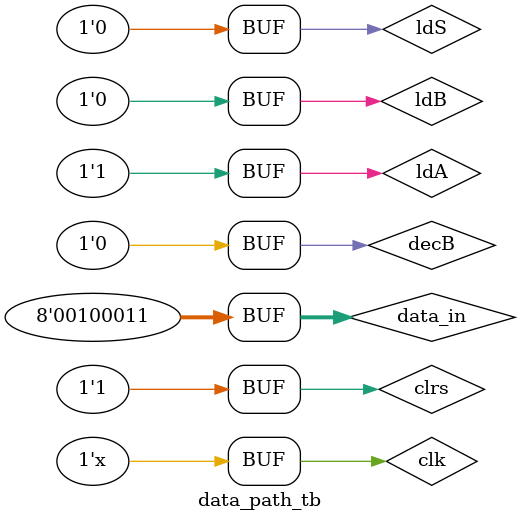
<source format=sv>




`timescale 1ns / 1ps

module data_path_tb();
    // Inputs
    reg ldA, ldB, clrs, ldS, decB, clk;
    reg [7:0] data_in;

    // Outputs
    wire eqz;

    // Instantiate the module under test
    data_path dut(
        .eqz(eqz),
        .ldA(ldA),
        .ldB(ldB),
        .clrs(clrs),
        .ldS(ldS),
        .decB(decB),
        .clk(clk),
        .data_in(data_in)
    );

    // Testbench logic
    initial begin
        clk = 0;
    end

    always #5 clk = ~clk;

    initial begin
        // Test 1: Clear y and load x with data_in
        ldA = 1;
        ldB = 0;
        clrs = 1;
        ldS = 0;
        decB = 0;
        data_in = 8'h81;
        #10;

        // Test 2: Load y with z
        ldA = 0;
        ldB = 0;
        clrs = 0;
        ldS = 1;
        decB = 0;
        data_in = 8'h00;
        #10;

        // Test 3: Decrement b_out
        ldA = 0;
        ldB = 0;
        clrs = 0;
        ldS = 0;
        decB = 1;
        data_in = 8'h90;
        #10;

        // Test 4: Load b_out with data_in
        ldA = 0;
        ldB = 1;
        clrs = 0;
        ldS = 0;
        decB = 0;
        data_in = 8'h65;
        #10;

        // Test 5: Decrement b_out until it becomes zero
        ldA = 0;
        ldB = 0;
        clrs = 0;
        ldS = 0;
        decB = 1;
        data_in = 8'h40;
        repeat (5) #10;

        // Test 6: Load x with data_in and clear y
        ldA = 1;
        ldB = 0;
        clrs = 1;
        ldS = 0;
        decB = 0;
        data_in = 8'h23;
        #10;
    end
endmodule
</source>
